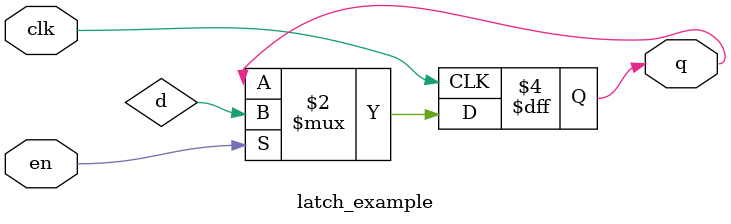
<source format=sv>
module latch_example (
    input logic clk, en,
    output logic q
);
    logic d;

    always_ff @(posedge clk)
        if (en) 
            q <= d;  // Latch inferred when 'en' is low

    assign d = d; // Combinational loop detected
endmodule
</source>
